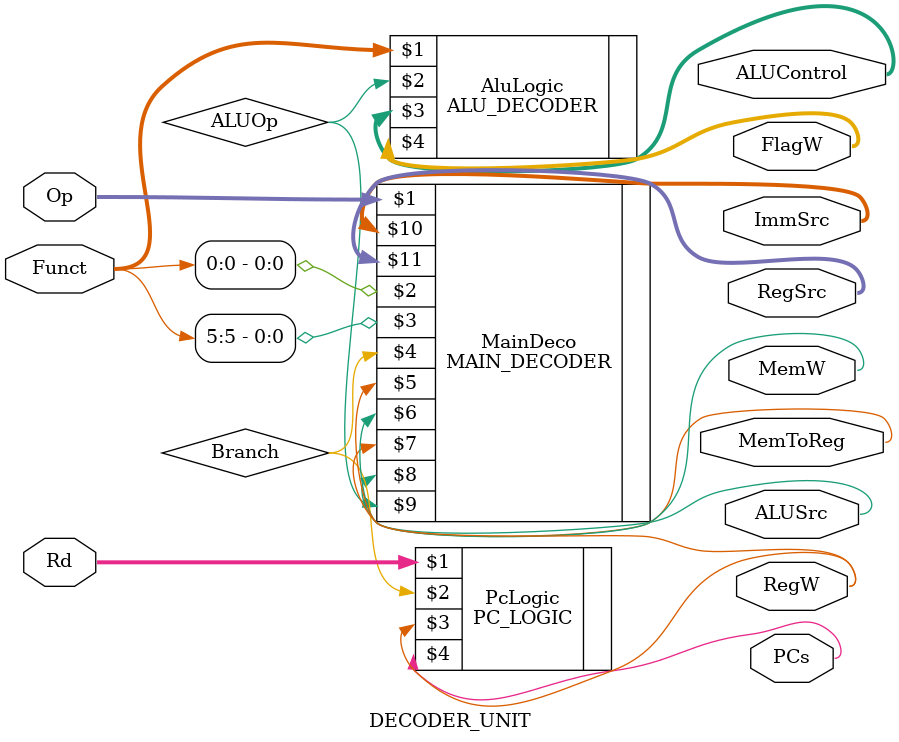
<source format=sv>
module DECODER_UNIT(input logic [5:0] Funct, input logic [1:0] Op, input logic [3:0] Rd,
						  output logic PCs, RegW, MemW, MemToReg, ALUSrc,
						  output logic [1:0] FlagW, ImmSrc, RegSrc, ALUControl);
	//Main Decoder
	logic Branch, ALUOp;
	
	
	MAIN_DECODER MainDeco(Op, Funct[0], Funct[5], Branch, RegW, MemW, MemToReg, ALUSrc, ALUOp, ImmSrc, RegSrc);
	
	//PC Logic
	
	PC_LOGIC PcLogic(Rd, Branch, RegW, PCs);
	
	//ALU Logic
	
	ALU_DECODER AluLogic(Funct, ALUOp, ALUControl, FlagW);
endmodule
</source>
